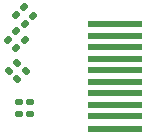
<source format=gbr>
%TF.GenerationSoftware,KiCad,Pcbnew,7.0.10*%
%TF.CreationDate,2024-02-18T21:52:23+13:00*%
%TF.ProjectId,dvi-sock,6476692d-736f-4636-9b2e-6b696361645f,rev?*%
%TF.SameCoordinates,Original*%
%TF.FileFunction,Paste,Top*%
%TF.FilePolarity,Positive*%
%FSLAX46Y46*%
G04 Gerber Fmt 4.6, Leading zero omitted, Abs format (unit mm)*
G04 Created by KiCad (PCBNEW 7.0.10) date 2024-02-18 21:52:23*
%MOMM*%
%LPD*%
G01*
G04 APERTURE LIST*
G04 Aperture macros list*
%AMRoundRect*
0 Rectangle with rounded corners*
0 $1 Rounding radius*
0 $2 $3 $4 $5 $6 $7 $8 $9 X,Y pos of 4 corners*
0 Add a 4 corners polygon primitive as box body*
4,1,4,$2,$3,$4,$5,$6,$7,$8,$9,$2,$3,0*
0 Add four circle primitives for the rounded corners*
1,1,$1+$1,$2,$3*
1,1,$1+$1,$4,$5*
1,1,$1+$1,$6,$7*
1,1,$1+$1,$8,$9*
0 Add four rect primitives between the rounded corners*
20,1,$1+$1,$2,$3,$4,$5,0*
20,1,$1+$1,$4,$5,$6,$7,0*
20,1,$1+$1,$6,$7,$8,$9,0*
20,1,$1+$1,$8,$9,$2,$3,0*%
G04 Aperture macros list end*
%ADD10R,4.600000X0.530000*%
%ADD11RoundRect,0.135000X-0.226274X-0.035355X-0.035355X-0.226274X0.226274X0.035355X0.035355X0.226274X0*%
%ADD12RoundRect,0.135000X0.185000X-0.135000X0.185000X0.135000X-0.185000X0.135000X-0.185000X-0.135000X0*%
%ADD13RoundRect,0.135000X0.035355X-0.226274X0.226274X-0.035355X-0.035355X0.226274X-0.226274X0.035355X0*%
G04 APERTURE END LIST*
D10*
%TO.C,U1*%
X164426455Y-89024222D03*
X164426455Y-87964222D03*
X164426455Y-86994222D03*
X164426455Y-86024222D03*
X164426455Y-85054222D03*
X164426455Y-84084222D03*
X164426455Y-83114222D03*
X164426455Y-82144222D03*
X164426455Y-81174222D03*
X164426455Y-80204222D03*
%TD*%
D11*
%TO.C,R2*%
X156039376Y-79439376D03*
X156760624Y-80160624D03*
%TD*%
D12*
%TO.C,R8*%
X157250000Y-87810000D03*
X157250000Y-86790000D03*
%TD*%
D13*
%TO.C,R6*%
X156139376Y-84860624D03*
X156860624Y-84139376D03*
%TD*%
D11*
%TO.C,R1*%
X156739376Y-78739376D03*
X157460624Y-79460624D03*
%TD*%
D12*
%TO.C,R7*%
X156300000Y-87810000D03*
X156300000Y-86790000D03*
%TD*%
D11*
%TO.C,R3*%
X156039376Y-80789376D03*
X156760624Y-81510624D03*
%TD*%
D13*
%TO.C,R5*%
X155439376Y-84160624D03*
X156160624Y-83439376D03*
%TD*%
D11*
%TO.C,R4*%
X155339376Y-81489376D03*
X156060624Y-82210624D03*
%TD*%
M02*

</source>
